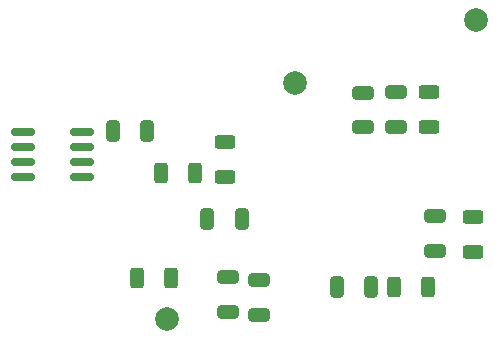
<source format=gbr>
%TF.GenerationSoftware,KiCad,Pcbnew,(6.0.7)*%
%TF.CreationDate,2023-04-27T19:06:35-04:00*%
%TF.ProjectId,sMeter Daughter Board v1,734d6574-6572-4204-9461-756768746572,rev?*%
%TF.SameCoordinates,Original*%
%TF.FileFunction,Paste,Top*%
%TF.FilePolarity,Positive*%
%FSLAX46Y46*%
G04 Gerber Fmt 4.6, Leading zero omitted, Abs format (unit mm)*
G04 Created by KiCad (PCBNEW (6.0.7)) date 2023-04-27 19:06:35*
%MOMM*%
%LPD*%
G01*
G04 APERTURE LIST*
G04 Aperture macros list*
%AMRoundRect*
0 Rectangle with rounded corners*
0 $1 Rounding radius*
0 $2 $3 $4 $5 $6 $7 $8 $9 X,Y pos of 4 corners*
0 Add a 4 corners polygon primitive as box body*
4,1,4,$2,$3,$4,$5,$6,$7,$8,$9,$2,$3,0*
0 Add four circle primitives for the rounded corners*
1,1,$1+$1,$2,$3*
1,1,$1+$1,$4,$5*
1,1,$1+$1,$6,$7*
1,1,$1+$1,$8,$9*
0 Add four rect primitives between the rounded corners*
20,1,$1+$1,$2,$3,$4,$5,0*
20,1,$1+$1,$4,$5,$6,$7,0*
20,1,$1+$1,$6,$7,$8,$9,0*
20,1,$1+$1,$8,$9,$2,$3,0*%
G04 Aperture macros list end*
%ADD10C,2.000000*%
%ADD11RoundRect,0.250000X-0.625000X0.312500X-0.625000X-0.312500X0.625000X-0.312500X0.625000X0.312500X0*%
%ADD12RoundRect,0.250000X0.312500X0.625000X-0.312500X0.625000X-0.312500X-0.625000X0.312500X-0.625000X0*%
%ADD13RoundRect,0.250000X-0.650000X0.325000X-0.650000X-0.325000X0.650000X-0.325000X0.650000X0.325000X0*%
%ADD14RoundRect,0.250000X0.650000X-0.325000X0.650000X0.325000X-0.650000X0.325000X-0.650000X-0.325000X0*%
%ADD15RoundRect,0.150000X-0.825000X-0.150000X0.825000X-0.150000X0.825000X0.150000X-0.825000X0.150000X0*%
%ADD16RoundRect,0.250000X-0.312500X-0.625000X0.312500X-0.625000X0.312500X0.625000X-0.312500X0.625000X0*%
%ADD17RoundRect,0.250000X0.325000X0.650000X-0.325000X0.650000X-0.325000X-0.650000X0.325000X-0.650000X0*%
%ADD18RoundRect,0.250000X0.625000X-0.312500X0.625000X0.312500X-0.625000X0.312500X-0.625000X-0.312500X0*%
%ADD19RoundRect,0.250000X-0.325000X-0.650000X0.325000X-0.650000X0.325000X0.650000X-0.325000X0.650000X0*%
G04 APERTURE END LIST*
D10*
%TO.C,*%
X82030000Y-121780000D03*
%TD*%
%TO.C,*%
X92840000Y-101820000D03*
%TD*%
D11*
%TO.C,R5*%
X104160000Y-102577500D03*
X104160000Y-105502500D03*
%TD*%
D12*
%TO.C,R4*%
X84393500Y-109408500D03*
X81468500Y-109408500D03*
%TD*%
%TO.C,R1*%
X104132500Y-119060000D03*
X101207500Y-119060000D03*
%TD*%
D13*
%TO.C,C10*%
X87190000Y-118245000D03*
X87190000Y-121195000D03*
%TD*%
%TO.C,C3*%
X104710000Y-113085000D03*
X104710000Y-116035000D03*
%TD*%
D14*
%TO.C,C7*%
X101370000Y-105515000D03*
X101370000Y-102565000D03*
%TD*%
%TO.C,C8*%
X98620000Y-105555000D03*
X98620000Y-102605000D03*
%TD*%
D15*
%TO.C,U2*%
X69855000Y-105965000D03*
X69855000Y-107235000D03*
X69855000Y-108505000D03*
X69855000Y-109775000D03*
X74805000Y-109775000D03*
X74805000Y-108505000D03*
X74805000Y-107235000D03*
X74805000Y-105965000D03*
%TD*%
D16*
%TO.C,R6*%
X79447500Y-118340000D03*
X82372500Y-118340000D03*
%TD*%
D13*
%TO.C,C9*%
X89810000Y-118445000D03*
X89810000Y-121395000D03*
%TD*%
D17*
%TO.C,C4*%
X80355000Y-105840000D03*
X77405000Y-105840000D03*
%TD*%
D18*
%TO.C,R2*%
X107910000Y-116062500D03*
X107910000Y-113137500D03*
%TD*%
D19*
%TO.C,C2*%
X96365000Y-119100000D03*
X99315000Y-119100000D03*
%TD*%
D18*
%TO.C,R3*%
X86931500Y-109728000D03*
X86931500Y-106803000D03*
%TD*%
D10*
%TO.C,*%
X108140000Y-96420000D03*
%TD*%
D19*
%TO.C,C1*%
X85393000Y-113345500D03*
X88343000Y-113345500D03*
%TD*%
M02*

</source>
